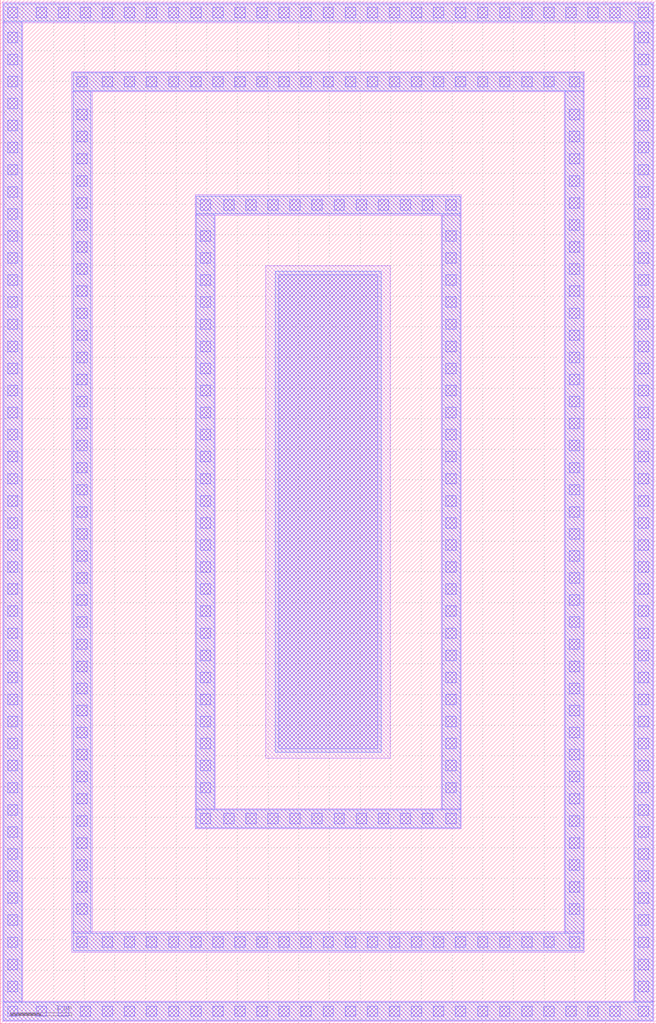
<source format=lef>
# Copyright 2020 The SkyWater PDK Authors
#
# Licensed under the Apache License, Version 2.0 (the "License");
# you may not use this file except in compliance with the License.
# You may obtain a copy of the License at
#
#     https://www.apache.org/licenses/LICENSE-2.0
#
# Unless required by applicable law or agreed to in writing, software
# distributed under the License is distributed on an "AS IS" BASIS,
# WITHOUT WARRANTIES OR CONDITIONS OF ANY KIND, either express or implied.
# See the License for the specific language governing permissions and
# limitations under the License.
#
# SPDX-License-Identifier: Apache-2.0

VERSION 5.7 ;
  NOWIREEXTENSIONATPIN ON ;
  DIVIDERCHAR "/" ;
  BUSBITCHARS "[]" ;
MACRO sky130_fd_pr__rf_npn_05v5_W2p00L8p00
  CLASS BLOCK ;
  FOREIGN sky130_fd_pr__rf_npn_05v5_W2p00L8p00 ;
  ORIGIN -0.130000 -0.130000 ;
  SIZE  10.70000 BY  16.70000 ;
  OBS
    LAYER li1 ;
      RECT  0.170000  0.170000 10.790000  0.500000 ;
      RECT  0.170000  0.500000  0.500000 16.460000 ;
      RECT  0.170000 16.460000 10.790000 16.790000 ;
      RECT  1.300000  1.300000  9.660000  1.630000 ;
      RECT  1.300000  1.630000  1.630000 15.330000 ;
      RECT  1.300000 15.330000  9.660000 15.660000 ;
      RECT  3.310000  3.310000  7.650000  3.640000 ;
      RECT  3.310000  3.640000  3.640000 13.320000 ;
      RECT  3.310000 13.320000  7.650000 13.650000 ;
      RECT  4.465000  4.465000  6.495000 12.495000 ;
      RECT  7.320000  3.640000  7.650000 13.320000 ;
      RECT  9.330000  1.630000  9.660000 15.330000 ;
      RECT 10.460000  0.500000 10.790000 16.460000 ;
    LAYER mcon ;
      RECT  0.250000  0.250000  0.420000  0.420000 ;
      RECT  0.250000  0.655000  0.420000  0.825000 ;
      RECT  0.250000  1.015000  0.420000  1.185000 ;
      RECT  0.250000  1.375000  0.420000  1.545000 ;
      RECT  0.250000  1.735000  0.420000  1.905000 ;
      RECT  0.250000  2.095000  0.420000  2.265000 ;
      RECT  0.250000  2.455000  0.420000  2.625000 ;
      RECT  0.250000  2.815000  0.420000  2.985000 ;
      RECT  0.250000  3.175000  0.420000  3.345000 ;
      RECT  0.250000  3.535000  0.420000  3.705000 ;
      RECT  0.250000  3.895000  0.420000  4.065000 ;
      RECT  0.250000  4.255000  0.420000  4.425000 ;
      RECT  0.250000  4.615000  0.420000  4.785000 ;
      RECT  0.250000  4.975000  0.420000  5.145000 ;
      RECT  0.250000  5.335000  0.420000  5.505000 ;
      RECT  0.250000  5.695000  0.420000  5.865000 ;
      RECT  0.250000  6.055000  0.420000  6.225000 ;
      RECT  0.250000  6.415000  0.420000  6.585000 ;
      RECT  0.250000  6.775000  0.420000  6.945000 ;
      RECT  0.250000  7.135000  0.420000  7.305000 ;
      RECT  0.250000  7.495000  0.420000  7.665000 ;
      RECT  0.250000  7.855000  0.420000  8.025000 ;
      RECT  0.250000  8.215000  0.420000  8.385000 ;
      RECT  0.250000  8.575000  0.420000  8.745000 ;
      RECT  0.250000  8.935000  0.420000  9.105000 ;
      RECT  0.250000  9.295000  0.420000  9.465000 ;
      RECT  0.250000  9.655000  0.420000  9.825000 ;
      RECT  0.250000 10.015000  0.420000 10.185000 ;
      RECT  0.250000 10.375000  0.420000 10.545000 ;
      RECT  0.250000 10.735000  0.420000 10.905000 ;
      RECT  0.250000 11.095000  0.420000 11.265000 ;
      RECT  0.250000 11.455000  0.420000 11.625000 ;
      RECT  0.250000 11.815000  0.420000 11.985000 ;
      RECT  0.250000 12.175000  0.420000 12.345000 ;
      RECT  0.250000 12.535000  0.420000 12.705000 ;
      RECT  0.250000 12.895000  0.420000 13.065000 ;
      RECT  0.250000 13.255000  0.420000 13.425000 ;
      RECT  0.250000 13.615000  0.420000 13.785000 ;
      RECT  0.250000 13.975000  0.420000 14.145000 ;
      RECT  0.250000 14.335000  0.420000 14.505000 ;
      RECT  0.250000 14.695000  0.420000 14.865000 ;
      RECT  0.250000 15.055000  0.420000 15.225000 ;
      RECT  0.250000 15.415000  0.420000 15.585000 ;
      RECT  0.250000 15.775000  0.420000 15.945000 ;
      RECT  0.250000 16.135000  0.420000 16.305000 ;
      RECT  0.250000 16.540000  0.420000 16.710000 ;
      RECT  0.715000  0.250000  0.885000  0.420000 ;
      RECT  0.715000 16.540000  0.885000 16.710000 ;
      RECT  1.075000  0.250000  1.245000  0.420000 ;
      RECT  1.075000 16.540000  1.245000 16.710000 ;
      RECT  1.380000  1.380000  1.550000  1.550000 ;
      RECT  1.380000  1.915000  1.550000  2.085000 ;
      RECT  1.380000  2.275000  1.550000  2.445000 ;
      RECT  1.380000  2.635000  1.550000  2.805000 ;
      RECT  1.380000  2.995000  1.550000  3.165000 ;
      RECT  1.380000  3.355000  1.550000  3.525000 ;
      RECT  1.380000  3.715000  1.550000  3.885000 ;
      RECT  1.380000  4.075000  1.550000  4.245000 ;
      RECT  1.380000  4.435000  1.550000  4.605000 ;
      RECT  1.380000  4.795000  1.550000  4.965000 ;
      RECT  1.380000  5.155000  1.550000  5.325000 ;
      RECT  1.380000  5.515000  1.550000  5.685000 ;
      RECT  1.380000  5.875000  1.550000  6.045000 ;
      RECT  1.380000  6.235000  1.550000  6.405000 ;
      RECT  1.380000  6.595000  1.550000  6.765000 ;
      RECT  1.380000  6.955000  1.550000  7.125000 ;
      RECT  1.380000  7.315000  1.550000  7.485000 ;
      RECT  1.380000  7.675000  1.550000  7.845000 ;
      RECT  1.380000  8.035000  1.550000  8.205000 ;
      RECT  1.380000  8.395000  1.550000  8.565000 ;
      RECT  1.380000  8.755000  1.550000  8.925000 ;
      RECT  1.380000  9.115000  1.550000  9.285000 ;
      RECT  1.380000  9.475000  1.550000  9.645000 ;
      RECT  1.380000  9.835000  1.550000 10.005000 ;
      RECT  1.380000 10.195000  1.550000 10.365000 ;
      RECT  1.380000 10.555000  1.550000 10.725000 ;
      RECT  1.380000 10.915000  1.550000 11.085000 ;
      RECT  1.380000 11.275000  1.550000 11.445000 ;
      RECT  1.380000 11.635000  1.550000 11.805000 ;
      RECT  1.380000 11.995000  1.550000 12.165000 ;
      RECT  1.380000 12.355000  1.550000 12.525000 ;
      RECT  1.380000 12.715000  1.550000 12.885000 ;
      RECT  1.380000 13.075000  1.550000 13.245000 ;
      RECT  1.380000 13.435000  1.550000 13.605000 ;
      RECT  1.380000 13.795000  1.550000 13.965000 ;
      RECT  1.380000 14.155000  1.550000 14.325000 ;
      RECT  1.380000 14.515000  1.550000 14.685000 ;
      RECT  1.380000 14.875000  1.550000 15.045000 ;
      RECT  1.380000 15.410000  1.550000 15.580000 ;
      RECT  1.435000  0.250000  1.605000  0.420000 ;
      RECT  1.435000 16.540000  1.605000 16.710000 ;
      RECT  1.795000  0.250000  1.965000  0.420000 ;
      RECT  1.795000  1.380000  1.965000  1.550000 ;
      RECT  1.795000 15.410000  1.965000 15.580000 ;
      RECT  1.795000 16.540000  1.965000 16.710000 ;
      RECT  2.155000  0.250000  2.325000  0.420000 ;
      RECT  2.155000  1.380000  2.325000  1.550000 ;
      RECT  2.155000 15.410000  2.325000 15.580000 ;
      RECT  2.155000 16.540000  2.325000 16.710000 ;
      RECT  2.515000  0.250000  2.685000  0.420000 ;
      RECT  2.515000  1.380000  2.685000  1.550000 ;
      RECT  2.515000 15.410000  2.685000 15.580000 ;
      RECT  2.515000 16.540000  2.685000 16.710000 ;
      RECT  2.875000  0.250000  3.045000  0.420000 ;
      RECT  2.875000  1.380000  3.045000  1.550000 ;
      RECT  2.875000 15.410000  3.045000 15.580000 ;
      RECT  2.875000 16.540000  3.045000 16.710000 ;
      RECT  3.235000  0.250000  3.405000  0.420000 ;
      RECT  3.235000  1.380000  3.405000  1.550000 ;
      RECT  3.235000 15.410000  3.405000 15.580000 ;
      RECT  3.235000 16.540000  3.405000 16.710000 ;
      RECT  3.390000  3.390000  3.560000  3.560000 ;
      RECT  3.390000  3.895000  3.560000  4.065000 ;
      RECT  3.390000  4.255000  3.560000  4.425000 ;
      RECT  3.390000  4.615000  3.560000  4.785000 ;
      RECT  3.390000  4.975000  3.560000  5.145000 ;
      RECT  3.390000  5.335000  3.560000  5.505000 ;
      RECT  3.390000  5.695000  3.560000  5.865000 ;
      RECT  3.390000  6.055000  3.560000  6.225000 ;
      RECT  3.390000  6.415000  3.560000  6.585000 ;
      RECT  3.390000  6.775000  3.560000  6.945000 ;
      RECT  3.390000  7.135000  3.560000  7.305000 ;
      RECT  3.390000  7.495000  3.560000  7.665000 ;
      RECT  3.390000  7.855000  3.560000  8.025000 ;
      RECT  3.390000  8.215000  3.560000  8.385000 ;
      RECT  3.390000  8.575000  3.560000  8.745000 ;
      RECT  3.390000  8.935000  3.560000  9.105000 ;
      RECT  3.390000  9.295000  3.560000  9.465000 ;
      RECT  3.390000  9.655000  3.560000  9.825000 ;
      RECT  3.390000 10.015000  3.560000 10.185000 ;
      RECT  3.390000 10.375000  3.560000 10.545000 ;
      RECT  3.390000 10.735000  3.560000 10.905000 ;
      RECT  3.390000 11.095000  3.560000 11.265000 ;
      RECT  3.390000 11.455000  3.560000 11.625000 ;
      RECT  3.390000 11.815000  3.560000 11.985000 ;
      RECT  3.390000 12.175000  3.560000 12.345000 ;
      RECT  3.390000 12.535000  3.560000 12.705000 ;
      RECT  3.390000 12.895000  3.560000 13.065000 ;
      RECT  3.390000 13.400000  3.560000 13.570000 ;
      RECT  3.595000  0.250000  3.765000  0.420000 ;
      RECT  3.595000  1.380000  3.765000  1.550000 ;
      RECT  3.595000 15.410000  3.765000 15.580000 ;
      RECT  3.595000 16.540000  3.765000 16.710000 ;
      RECT  3.775000  3.390000  3.945000  3.560000 ;
      RECT  3.775000 13.400000  3.945000 13.570000 ;
      RECT  3.955000  0.250000  4.125000  0.420000 ;
      RECT  3.955000  1.380000  4.125000  1.550000 ;
      RECT  3.955000 15.410000  4.125000 15.580000 ;
      RECT  3.955000 16.540000  4.125000 16.710000 ;
      RECT  4.135000  3.390000  4.305000  3.560000 ;
      RECT  4.135000 13.400000  4.305000 13.570000 ;
      RECT  4.315000  0.250000  4.485000  0.420000 ;
      RECT  4.315000  1.380000  4.485000  1.550000 ;
      RECT  4.315000 15.410000  4.485000 15.580000 ;
      RECT  4.315000 16.540000  4.485000 16.710000 ;
      RECT  4.495000  3.390000  4.665000  3.560000 ;
      RECT  4.495000 13.400000  4.665000 13.570000 ;
      RECT  4.675000  0.250000  4.845000  0.420000 ;
      RECT  4.675000  1.380000  4.845000  1.550000 ;
      RECT  4.675000  4.615000  6.285000 12.345000 ;
      RECT  4.675000 15.410000  4.845000 15.580000 ;
      RECT  4.675000 16.540000  4.845000 16.710000 ;
      RECT  4.855000  3.390000  5.025000  3.560000 ;
      RECT  4.855000 13.400000  5.025000 13.570000 ;
      RECT  5.035000  0.250000  5.205000  0.420000 ;
      RECT  5.035000  1.380000  5.205000  1.550000 ;
      RECT  5.035000 15.410000  5.205000 15.580000 ;
      RECT  5.035000 16.540000  5.205000 16.710000 ;
      RECT  5.215000  3.390000  5.385000  3.560000 ;
      RECT  5.215000 13.400000  5.385000 13.570000 ;
      RECT  5.395000  0.250000  5.565000  0.420000 ;
      RECT  5.395000  1.380000  5.565000  1.550000 ;
      RECT  5.395000 15.410000  5.565000 15.580000 ;
      RECT  5.395000 16.540000  5.565000 16.710000 ;
      RECT  5.575000  3.390000  5.745000  3.560000 ;
      RECT  5.575000 13.400000  5.745000 13.570000 ;
      RECT  5.755000  0.250000  5.925000  0.420000 ;
      RECT  5.755000  1.380000  5.925000  1.550000 ;
      RECT  5.755000 15.410000  5.925000 15.580000 ;
      RECT  5.755000 16.540000  5.925000 16.710000 ;
      RECT  5.935000  3.390000  6.105000  3.560000 ;
      RECT  5.935000 13.400000  6.105000 13.570000 ;
      RECT  6.115000  0.250000  6.285000  0.420000 ;
      RECT  6.115000  1.380000  6.285000  1.550000 ;
      RECT  6.115000 15.410000  6.285000 15.580000 ;
      RECT  6.115000 16.540000  6.285000 16.710000 ;
      RECT  6.295000  3.390000  6.465000  3.560000 ;
      RECT  6.295000 13.400000  6.465000 13.570000 ;
      RECT  6.475000  0.250000  6.645000  0.420000 ;
      RECT  6.475000  1.380000  6.645000  1.550000 ;
      RECT  6.475000 15.410000  6.645000 15.580000 ;
      RECT  6.475000 16.540000  6.645000 16.710000 ;
      RECT  6.655000  3.390000  6.825000  3.560000 ;
      RECT  6.655000 13.400000  6.825000 13.570000 ;
      RECT  6.835000  0.250000  7.005000  0.420000 ;
      RECT  6.835000  1.380000  7.005000  1.550000 ;
      RECT  6.835000 15.410000  7.005000 15.580000 ;
      RECT  6.835000 16.540000  7.005000 16.710000 ;
      RECT  7.015000  3.390000  7.185000  3.560000 ;
      RECT  7.015000 13.400000  7.185000 13.570000 ;
      RECT  7.195000  0.250000  7.365000  0.420000 ;
      RECT  7.195000  1.380000  7.365000  1.550000 ;
      RECT  7.195000 15.410000  7.365000 15.580000 ;
      RECT  7.195000 16.540000  7.365000 16.710000 ;
      RECT  7.400000  3.390000  7.570000  3.560000 ;
      RECT  7.400000  3.895000  7.570000  4.065000 ;
      RECT  7.400000  4.255000  7.570000  4.425000 ;
      RECT  7.400000  4.615000  7.570000  4.785000 ;
      RECT  7.400000  4.975000  7.570000  5.145000 ;
      RECT  7.400000  5.335000  7.570000  5.505000 ;
      RECT  7.400000  5.695000  7.570000  5.865000 ;
      RECT  7.400000  6.055000  7.570000  6.225000 ;
      RECT  7.400000  6.415000  7.570000  6.585000 ;
      RECT  7.400000  6.775000  7.570000  6.945000 ;
      RECT  7.400000  7.135000  7.570000  7.305000 ;
      RECT  7.400000  7.495000  7.570000  7.665000 ;
      RECT  7.400000  7.855000  7.570000  8.025000 ;
      RECT  7.400000  8.215000  7.570000  8.385000 ;
      RECT  7.400000  8.575000  7.570000  8.745000 ;
      RECT  7.400000  8.935000  7.570000  9.105000 ;
      RECT  7.400000  9.295000  7.570000  9.465000 ;
      RECT  7.400000  9.655000  7.570000  9.825000 ;
      RECT  7.400000 10.015000  7.570000 10.185000 ;
      RECT  7.400000 10.375000  7.570000 10.545000 ;
      RECT  7.400000 10.735000  7.570000 10.905000 ;
      RECT  7.400000 11.095000  7.570000 11.265000 ;
      RECT  7.400000 11.455000  7.570000 11.625000 ;
      RECT  7.400000 11.815000  7.570000 11.985000 ;
      RECT  7.400000 12.175000  7.570000 12.345000 ;
      RECT  7.400000 12.535000  7.570000 12.705000 ;
      RECT  7.400000 12.895000  7.570000 13.065000 ;
      RECT  7.400000 13.400000  7.570000 13.570000 ;
      RECT  7.555000  0.250000  7.725000  0.420000 ;
      RECT  7.555000  1.380000  7.725000  1.550000 ;
      RECT  7.555000 15.410000  7.725000 15.580000 ;
      RECT  7.555000 16.540000  7.725000 16.710000 ;
      RECT  7.915000  0.250000  8.085000  0.420000 ;
      RECT  7.915000  1.380000  8.085000  1.550000 ;
      RECT  7.915000 15.410000  8.085000 15.580000 ;
      RECT  7.915000 16.540000  8.085000 16.710000 ;
      RECT  8.275000  0.250000  8.445000  0.420000 ;
      RECT  8.275000  1.380000  8.445000  1.550000 ;
      RECT  8.275000 15.410000  8.445000 15.580000 ;
      RECT  8.275000 16.540000  8.445000 16.710000 ;
      RECT  8.635000  0.250000  8.805000  0.420000 ;
      RECT  8.635000  1.380000  8.805000  1.550000 ;
      RECT  8.635000 15.410000  8.805000 15.580000 ;
      RECT  8.635000 16.540000  8.805000 16.710000 ;
      RECT  8.995000  0.250000  9.165000  0.420000 ;
      RECT  8.995000  1.380000  9.165000  1.550000 ;
      RECT  8.995000 15.410000  9.165000 15.580000 ;
      RECT  8.995000 16.540000  9.165000 16.710000 ;
      RECT  9.355000  0.250000  9.525000  0.420000 ;
      RECT  9.355000 16.540000  9.525000 16.710000 ;
      RECT  9.410000  1.380000  9.580000  1.550000 ;
      RECT  9.410000  1.915000  9.580000  2.085000 ;
      RECT  9.410000  2.275000  9.580000  2.445000 ;
      RECT  9.410000  2.635000  9.580000  2.805000 ;
      RECT  9.410000  2.995000  9.580000  3.165000 ;
      RECT  9.410000  3.355000  9.580000  3.525000 ;
      RECT  9.410000  3.715000  9.580000  3.885000 ;
      RECT  9.410000  4.075000  9.580000  4.245000 ;
      RECT  9.410000  4.435000  9.580000  4.605000 ;
      RECT  9.410000  4.795000  9.580000  4.965000 ;
      RECT  9.410000  5.155000  9.580000  5.325000 ;
      RECT  9.410000  5.515000  9.580000  5.685000 ;
      RECT  9.410000  5.875000  9.580000  6.045000 ;
      RECT  9.410000  6.235000  9.580000  6.405000 ;
      RECT  9.410000  6.595000  9.580000  6.765000 ;
      RECT  9.410000  6.955000  9.580000  7.125000 ;
      RECT  9.410000  7.315000  9.580000  7.485000 ;
      RECT  9.410000  7.675000  9.580000  7.845000 ;
      RECT  9.410000  8.035000  9.580000  8.205000 ;
      RECT  9.410000  8.395000  9.580000  8.565000 ;
      RECT  9.410000  8.755000  9.580000  8.925000 ;
      RECT  9.410000  9.115000  9.580000  9.285000 ;
      RECT  9.410000  9.475000  9.580000  9.645000 ;
      RECT  9.410000  9.835000  9.580000 10.005000 ;
      RECT  9.410000 10.195000  9.580000 10.365000 ;
      RECT  9.410000 10.555000  9.580000 10.725000 ;
      RECT  9.410000 10.915000  9.580000 11.085000 ;
      RECT  9.410000 11.275000  9.580000 11.445000 ;
      RECT  9.410000 11.635000  9.580000 11.805000 ;
      RECT  9.410000 11.995000  9.580000 12.165000 ;
      RECT  9.410000 12.355000  9.580000 12.525000 ;
      RECT  9.410000 12.715000  9.580000 12.885000 ;
      RECT  9.410000 13.075000  9.580000 13.245000 ;
      RECT  9.410000 13.435000  9.580000 13.605000 ;
      RECT  9.410000 13.795000  9.580000 13.965000 ;
      RECT  9.410000 14.155000  9.580000 14.325000 ;
      RECT  9.410000 14.515000  9.580000 14.685000 ;
      RECT  9.410000 14.875000  9.580000 15.045000 ;
      RECT  9.410000 15.410000  9.580000 15.580000 ;
      RECT  9.715000  0.250000  9.885000  0.420000 ;
      RECT  9.715000 16.540000  9.885000 16.710000 ;
      RECT 10.075000  0.250000 10.245000  0.420000 ;
      RECT 10.075000 16.540000 10.245000 16.710000 ;
      RECT 10.540000  0.250000 10.710000  0.420000 ;
      RECT 10.540000  0.655000 10.710000  0.825000 ;
      RECT 10.540000  1.015000 10.710000  1.185000 ;
      RECT 10.540000  1.375000 10.710000  1.545000 ;
      RECT 10.540000  1.735000 10.710000  1.905000 ;
      RECT 10.540000  2.095000 10.710000  2.265000 ;
      RECT 10.540000  2.455000 10.710000  2.625000 ;
      RECT 10.540000  2.815000 10.710000  2.985000 ;
      RECT 10.540000  3.175000 10.710000  3.345000 ;
      RECT 10.540000  3.535000 10.710000  3.705000 ;
      RECT 10.540000  3.895000 10.710000  4.065000 ;
      RECT 10.540000  4.255000 10.710000  4.425000 ;
      RECT 10.540000  4.615000 10.710000  4.785000 ;
      RECT 10.540000  4.975000 10.710000  5.145000 ;
      RECT 10.540000  5.335000 10.710000  5.505000 ;
      RECT 10.540000  5.695000 10.710000  5.865000 ;
      RECT 10.540000  6.055000 10.710000  6.225000 ;
      RECT 10.540000  6.415000 10.710000  6.585000 ;
      RECT 10.540000  6.775000 10.710000  6.945000 ;
      RECT 10.540000  7.135000 10.710000  7.305000 ;
      RECT 10.540000  7.495000 10.710000  7.665000 ;
      RECT 10.540000  7.855000 10.710000  8.025000 ;
      RECT 10.540000  8.215000 10.710000  8.385000 ;
      RECT 10.540000  8.575000 10.710000  8.745000 ;
      RECT 10.540000  8.935000 10.710000  9.105000 ;
      RECT 10.540000  9.295000 10.710000  9.465000 ;
      RECT 10.540000  9.655000 10.710000  9.825000 ;
      RECT 10.540000 10.015000 10.710000 10.185000 ;
      RECT 10.540000 10.375000 10.710000 10.545000 ;
      RECT 10.540000 10.735000 10.710000 10.905000 ;
      RECT 10.540000 11.095000 10.710000 11.265000 ;
      RECT 10.540000 11.455000 10.710000 11.625000 ;
      RECT 10.540000 11.815000 10.710000 11.985000 ;
      RECT 10.540000 12.175000 10.710000 12.345000 ;
      RECT 10.540000 12.535000 10.710000 12.705000 ;
      RECT 10.540000 12.895000 10.710000 13.065000 ;
      RECT 10.540000 13.255000 10.710000 13.425000 ;
      RECT 10.540000 13.615000 10.710000 13.785000 ;
      RECT 10.540000 13.975000 10.710000 14.145000 ;
      RECT 10.540000 14.335000 10.710000 14.505000 ;
      RECT 10.540000 14.695000 10.710000 14.865000 ;
      RECT 10.540000 15.055000 10.710000 15.225000 ;
      RECT 10.540000 15.415000 10.710000 15.585000 ;
      RECT 10.540000 15.775000 10.710000 15.945000 ;
      RECT 10.540000 16.135000 10.710000 16.305000 ;
      RECT 10.540000 16.540000 10.710000 16.710000 ;
    LAYER met1 ;
      RECT  0.190000  0.190000 10.770000  0.480000 ;
      RECT  0.190000  0.480000  0.480000 16.480000 ;
      RECT  0.190000 16.480000 10.770000 16.770000 ;
      RECT  1.320000  1.320000  9.640000  1.610000 ;
      RECT  1.320000  1.610000  1.610000 15.350000 ;
      RECT  1.320000 15.350000  9.640000 15.640000 ;
      RECT  3.330000  3.330000  7.630000  3.620000 ;
      RECT  3.330000  3.620000  3.620000 13.340000 ;
      RECT  3.330000 13.340000  7.630000 13.630000 ;
      RECT  4.615000  4.555000  6.345000 12.405000 ;
      RECT  7.340000  3.620000  7.630000 13.340000 ;
      RECT  9.350000  1.610000  9.640000 15.350000 ;
      RECT 10.480000  0.480000 10.770000 16.480000 ;
  END
END sky130_fd_pr__rf_npn_05v5_W2p00L8p00
END LIBRARY

</source>
